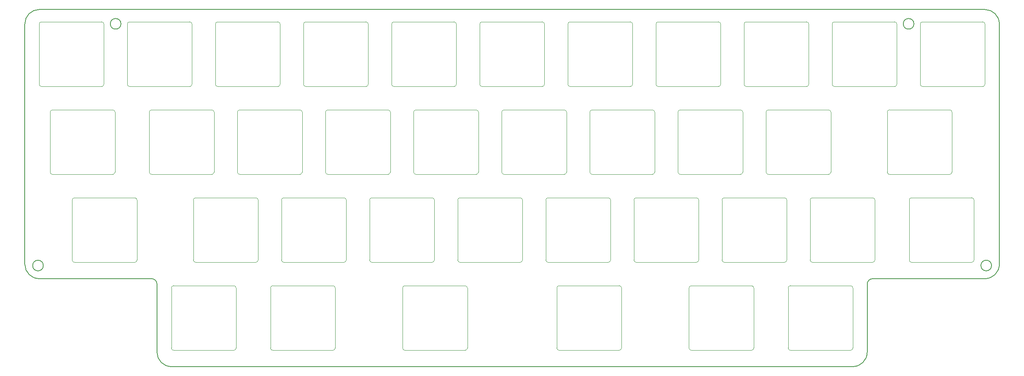
<source format=gbr>
%TF.GenerationSoftware,KiCad,Pcbnew,(7.0.0)*%
%TF.CreationDate,2023-04-11T20:59:51+02:00*%
%TF.ProjectId,travaulta plate niz,74726176-6175-46c7-9461-20706c617465,rev?*%
%TF.SameCoordinates,Original*%
%TF.FileFunction,Profile,NP*%
%FSLAX46Y46*%
G04 Gerber Fmt 4.6, Leading zero omitted, Abs format (unit mm)*
G04 Created by KiCad (PCBNEW (7.0.0)) date 2023-04-11 20:59:51*
%MOMM*%
%LPD*%
G01*
G04 APERTURE LIST*
%TA.AperFunction,Profile*%
%ADD10C,0.200000*%
%TD*%
%TA.AperFunction,Profile*%
%ADD11C,0.100000*%
%TD*%
G04 APERTURE END LIST*
D10*
X254575000Y-50574999D02*
X254575000Y-102674999D01*
X46975000Y-47475000D02*
G75*
G03*
X43875000Y-50574999I0J-3100000D01*
G01*
X251475000Y-105774999D02*
X227200000Y-105774999D01*
X227200000Y-105775000D02*
G75*
G03*
X226000000Y-106974999I0J-1200000D01*
G01*
X72450001Y-106974999D02*
G75*
G03*
X71250000Y-105774999I-1200001J-1D01*
G01*
X222900000Y-124824999D02*
X75550000Y-124824999D01*
X72450000Y-121724999D02*
X72450000Y-106974999D01*
X72450001Y-121724999D02*
G75*
G03*
X75550000Y-124824999I3099999J-1D01*
G01*
X236100000Y-50574999D02*
G75*
G03*
X236100000Y-50574999I-1150000J0D01*
G01*
X43875000Y-102674999D02*
X43875000Y-50574999D01*
X254575001Y-50574999D02*
G75*
G03*
X251475000Y-47474999I-3100001J-1D01*
G01*
X64650000Y-50574999D02*
G75*
G03*
X64650000Y-50574999I-1150000J0D01*
G01*
X251475000Y-105775000D02*
G75*
G03*
X254575000Y-102674999I0J3100000D01*
G01*
X46975000Y-47474999D02*
X251475000Y-47474999D01*
X226000000Y-106974999D02*
X226000000Y-121724999D01*
X222900000Y-124825000D02*
G75*
G03*
X226000000Y-121724999I0J3100000D01*
G01*
X47866000Y-102933999D02*
G75*
G03*
X47866000Y-102933999I-1150000J0D01*
G01*
X252884375Y-102933999D02*
G75*
G03*
X252884375Y-102933999I-1150000J0D01*
G01*
X43875001Y-102674999D02*
G75*
G03*
X46975000Y-105774999I3099999J-1D01*
G01*
X71250000Y-105774999D02*
X46975000Y-105774999D01*
D11*
%TO.C,REF\u002A\u002A*%
X185087500Y-69700000D02*
X185087500Y-82700000D01*
X185587500Y-69200000D02*
X198587500Y-69200000D01*
X185587500Y-83200000D02*
X198587500Y-83200000D01*
X199087500Y-69700000D02*
X199087500Y-82700000D01*
X185587500Y-69200000D02*
G75*
G03*
X185087500Y-69700000I1J-500001D01*
G01*
X185087500Y-82700000D02*
G75*
G03*
X185587500Y-83200000I500094J94D01*
G01*
X199087500Y-69700000D02*
G75*
G03*
X198587500Y-69200000I-500100J-100D01*
G01*
X198587500Y-83200000D02*
G75*
G03*
X199087500Y-82700000I0J500000D01*
G01*
X118412500Y-88750000D02*
X118412500Y-101750000D01*
X118912500Y-88250000D02*
X131912500Y-88250000D01*
X118912500Y-102250000D02*
X131912500Y-102250000D01*
X132412500Y-88750000D02*
X132412500Y-101750000D01*
X118912500Y-88250000D02*
G75*
G03*
X118412500Y-88750000I1J-500001D01*
G01*
X118412500Y-101750000D02*
G75*
G03*
X118912500Y-102250000I500094J94D01*
G01*
X132412500Y-88750000D02*
G75*
G03*
X131912500Y-88250000I-500100J-100D01*
G01*
X131912500Y-102250000D02*
G75*
G03*
X132412500Y-101750000I0J500000D01*
G01*
X180325000Y-50650000D02*
X180325000Y-63650000D01*
X180825000Y-50150000D02*
X193825000Y-50150000D01*
X180825000Y-64150000D02*
X193825000Y-64150000D01*
X194325000Y-50650000D02*
X194325000Y-63650000D01*
X180825000Y-50150000D02*
G75*
G03*
X180325000Y-50650000I1J-500001D01*
G01*
X180325000Y-63650000D02*
G75*
G03*
X180825000Y-64150000I500094J94D01*
G01*
X194325000Y-50650000D02*
G75*
G03*
X193825000Y-50150000I-500100J-100D01*
G01*
X193825000Y-64150000D02*
G75*
G03*
X194325000Y-63650000I0J500000D01*
G01*
X127937500Y-69700000D02*
X127937500Y-82700000D01*
X128437500Y-69200000D02*
X141437500Y-69200000D01*
X128437500Y-83200000D02*
X141437500Y-83200000D01*
X141937500Y-69700000D02*
X141937500Y-82700000D01*
X128437500Y-69200000D02*
G75*
G03*
X127937500Y-69700000I1J-500001D01*
G01*
X127937500Y-82700000D02*
G75*
G03*
X128437500Y-83200000I500094J94D01*
G01*
X141937500Y-69700000D02*
G75*
G03*
X141437500Y-69200000I-500100J-100D01*
G01*
X141437500Y-83200000D02*
G75*
G03*
X141937500Y-82700000I0J500000D01*
G01*
X89837500Y-69700000D02*
X89837500Y-82700000D01*
X90337500Y-69200000D02*
X103337500Y-69200000D01*
X90337500Y-83200000D02*
X103337500Y-83200000D01*
X103837500Y-69700000D02*
X103837500Y-82700000D01*
X90337500Y-69200000D02*
G75*
G03*
X89837500Y-69700000I1J-500001D01*
G01*
X89837500Y-82700000D02*
G75*
G03*
X90337500Y-83200000I500094J94D01*
G01*
X103837500Y-69700000D02*
G75*
G03*
X103337500Y-69200000I-500100J-100D01*
G01*
X103337500Y-83200000D02*
G75*
G03*
X103837500Y-82700000I0J500000D01*
G01*
X108887500Y-69700000D02*
X108887500Y-82700000D01*
X109387500Y-69200000D02*
X122387500Y-69200000D01*
X109387500Y-83200000D02*
X122387500Y-83200000D01*
X122887500Y-69700000D02*
X122887500Y-82700000D01*
X109387500Y-69200000D02*
G75*
G03*
X108887500Y-69700000I1J-500001D01*
G01*
X108887500Y-82700000D02*
G75*
G03*
X109387500Y-83200000I500094J94D01*
G01*
X122887500Y-69700000D02*
G75*
G03*
X122387500Y-69200000I-500100J-100D01*
G01*
X122387500Y-83200000D02*
G75*
G03*
X122887500Y-82700000I0J500000D01*
G01*
X187470000Y-107800000D02*
X187470000Y-120800000D01*
X187970000Y-107300000D02*
X200970000Y-107300000D01*
X187970000Y-121300000D02*
X200970000Y-121300000D01*
X201470000Y-107800000D02*
X201470000Y-120800000D01*
X187970000Y-107300000D02*
G75*
G03*
X187470000Y-107800000I1J-500001D01*
G01*
X187470000Y-120800000D02*
G75*
G03*
X187970000Y-121300000I500094J94D01*
G01*
X201470000Y-107800000D02*
G75*
G03*
X200970000Y-107300000I-500100J-100D01*
G01*
X200970000Y-121300000D02*
G75*
G03*
X201470000Y-120800000I0J500000D01*
G01*
X158892000Y-107800000D02*
X158892000Y-120800000D01*
X159392000Y-107300000D02*
X172392000Y-107300000D01*
X159392000Y-121300000D02*
X172392000Y-121300000D01*
X172892000Y-107800000D02*
X172892000Y-120800000D01*
X159392000Y-107300000D02*
G75*
G03*
X158892000Y-107800000I1J-500001D01*
G01*
X158892000Y-120800000D02*
G75*
G03*
X159392000Y-121300000I500094J94D01*
G01*
X172892000Y-107800000D02*
G75*
G03*
X172392000Y-107300000I-500100J-100D01*
G01*
X172392000Y-121300000D02*
G75*
G03*
X172892000Y-120800000I0J500000D01*
G01*
X70787500Y-69700000D02*
X70787500Y-82700000D01*
X71287500Y-69200000D02*
X84287500Y-69200000D01*
X71287500Y-83200000D02*
X84287500Y-83200000D01*
X84787500Y-69700000D02*
X84787500Y-82700000D01*
X71287500Y-69200000D02*
G75*
G03*
X70787500Y-69700000I1J-500001D01*
G01*
X70787500Y-82700000D02*
G75*
G03*
X71287500Y-83200000I500094J94D01*
G01*
X84787500Y-69700000D02*
G75*
G03*
X84287500Y-69200000I-500100J-100D01*
G01*
X84287500Y-83200000D02*
G75*
G03*
X84787500Y-82700000I0J500000D01*
G01*
X125555000Y-107800000D02*
X125555000Y-120800000D01*
X126055000Y-107300000D02*
X139055000Y-107300000D01*
X126055000Y-121300000D02*
X139055000Y-121300000D01*
X139555000Y-107800000D02*
X139555000Y-120800000D01*
X126055000Y-107300000D02*
G75*
G03*
X125555000Y-107800000I1J-500001D01*
G01*
X125555000Y-120800000D02*
G75*
G03*
X126055000Y-121300000I500094J94D01*
G01*
X139555000Y-107800000D02*
G75*
G03*
X139055000Y-107300000I-500100J-100D01*
G01*
X139055000Y-121300000D02*
G75*
G03*
X139555000Y-120800000I0J500000D01*
G01*
X156512500Y-88750000D02*
X156512500Y-101750000D01*
X157012500Y-88250000D02*
X170012500Y-88250000D01*
X157012500Y-102250000D02*
X170012500Y-102250000D01*
X170512500Y-88750000D02*
X170512500Y-101750000D01*
X157012500Y-88250000D02*
G75*
G03*
X156512500Y-88750000I1J-500001D01*
G01*
X156512500Y-101750000D02*
G75*
G03*
X157012500Y-102250000I500094J94D01*
G01*
X170512500Y-88750000D02*
G75*
G03*
X170012500Y-88250000I-500100J-100D01*
G01*
X170012500Y-102250000D02*
G75*
G03*
X170512500Y-101750000I0J500000D01*
G01*
X75550000Y-107800000D02*
X75550000Y-120800000D01*
X76050000Y-107300000D02*
X89050000Y-107300000D01*
X76050000Y-121300000D02*
X89050000Y-121300000D01*
X89550000Y-107800000D02*
X89550000Y-120800000D01*
X76050000Y-107300000D02*
G75*
G03*
X75550000Y-107800000I1J-500001D01*
G01*
X75550000Y-120800000D02*
G75*
G03*
X76050000Y-121300000I500094J94D01*
G01*
X89550000Y-107800000D02*
G75*
G03*
X89050000Y-107300000I-500100J-100D01*
G01*
X89050000Y-121300000D02*
G75*
G03*
X89550000Y-120800000I0J500000D01*
G01*
X146987500Y-69700000D02*
X146987500Y-82700000D01*
X147487500Y-69200000D02*
X160487500Y-69200000D01*
X147487500Y-83200000D02*
X160487500Y-83200000D01*
X160987500Y-69700000D02*
X160987500Y-82700000D01*
X147487500Y-69200000D02*
G75*
G03*
X146987500Y-69700000I1J-500001D01*
G01*
X146987500Y-82700000D02*
G75*
G03*
X147487500Y-83200000I500094J94D01*
G01*
X160987500Y-69700000D02*
G75*
G03*
X160487500Y-69200000I-500100J-100D01*
G01*
X160487500Y-83200000D02*
G75*
G03*
X160987500Y-82700000I0J500000D01*
G01*
X218425000Y-50650000D02*
X218425000Y-63650000D01*
X218925000Y-50150000D02*
X231925000Y-50150000D01*
X218925000Y-64150000D02*
X231925000Y-64150000D01*
X232425000Y-50650000D02*
X232425000Y-63650000D01*
X218925000Y-50150000D02*
G75*
G03*
X218425000Y-50650000I1J-500001D01*
G01*
X218425000Y-63650000D02*
G75*
G03*
X218925000Y-64150000I500094J94D01*
G01*
X232425000Y-50650000D02*
G75*
G03*
X231925000Y-50150000I-500100J-100D01*
G01*
X231925000Y-64150000D02*
G75*
G03*
X232425000Y-63650000I0J500000D01*
G01*
X54120000Y-88750000D02*
X54120000Y-101750000D01*
X54620000Y-88250000D02*
X67620000Y-88250000D01*
X54620000Y-102250000D02*
X67620000Y-102250000D01*
X68120000Y-88750000D02*
X68120000Y-101750000D01*
X54620000Y-88250000D02*
G75*
G03*
X54120000Y-88750000I1J-500001D01*
G01*
X54120000Y-101750000D02*
G75*
G03*
X54620000Y-102250000I500094J94D01*
G01*
X68120000Y-88750000D02*
G75*
G03*
X67620000Y-88250000I-500100J-100D01*
G01*
X67620000Y-102250000D02*
G75*
G03*
X68120000Y-101750000I0J500000D01*
G01*
X161275000Y-50650000D02*
X161275000Y-63650000D01*
X161775000Y-50150000D02*
X174775000Y-50150000D01*
X161775000Y-64150000D02*
X174775000Y-64150000D01*
X175275000Y-50650000D02*
X175275000Y-63650000D01*
X161775000Y-50150000D02*
G75*
G03*
X161275000Y-50650000I1J-500001D01*
G01*
X161275000Y-63650000D02*
G75*
G03*
X161775000Y-64150000I500094J94D01*
G01*
X175275000Y-50650000D02*
G75*
G03*
X174775000Y-50150000I-500100J-100D01*
G01*
X174775000Y-64150000D02*
G75*
G03*
X175275000Y-63650000I0J500000D01*
G01*
X194612500Y-88750000D02*
X194612500Y-101750000D01*
X195112500Y-88250000D02*
X208112500Y-88250000D01*
X195112500Y-102250000D02*
X208112500Y-102250000D01*
X208612500Y-88750000D02*
X208612500Y-101750000D01*
X195112500Y-88250000D02*
G75*
G03*
X194612500Y-88750000I1J-500001D01*
G01*
X194612500Y-101750000D02*
G75*
G03*
X195112500Y-102250000I500094J94D01*
G01*
X208612500Y-88750000D02*
G75*
G03*
X208112500Y-88250000I-500100J-100D01*
G01*
X208112500Y-102250000D02*
G75*
G03*
X208612500Y-101750000I0J500000D01*
G01*
X230330000Y-69700000D02*
X230330000Y-82700000D01*
X230830000Y-69200000D02*
X243830000Y-69200000D01*
X230830000Y-83200000D02*
X243830000Y-83200000D01*
X244330000Y-69700000D02*
X244330000Y-82700000D01*
X230830000Y-69200000D02*
G75*
G03*
X230330000Y-69700000I1J-500001D01*
G01*
X230330000Y-82700000D02*
G75*
G03*
X230830000Y-83200000I500094J94D01*
G01*
X244330000Y-69700000D02*
G75*
G03*
X243830000Y-69200000I-500100J-100D01*
G01*
X243830000Y-83200000D02*
G75*
G03*
X244330000Y-82700000I0J500000D01*
G01*
X46975000Y-50650000D02*
X46975000Y-63650000D01*
X47475000Y-50150000D02*
X60475000Y-50150000D01*
X47475000Y-64150000D02*
X60475000Y-64150000D01*
X60975000Y-50650000D02*
X60975000Y-63650000D01*
X47475000Y-50150000D02*
G75*
G03*
X46975000Y-50650000I1J-500001D01*
G01*
X46975000Y-63650000D02*
G75*
G03*
X47475000Y-64150000I500094J94D01*
G01*
X60975000Y-50650000D02*
G75*
G03*
X60475000Y-50150000I-500100J-100D01*
G01*
X60475000Y-64150000D02*
G75*
G03*
X60975000Y-63650000I0J500000D01*
G01*
X213662500Y-88750000D02*
X213662500Y-101750000D01*
X214162500Y-88250000D02*
X227162500Y-88250000D01*
X214162500Y-102250000D02*
X227162500Y-102250000D01*
X227662500Y-88750000D02*
X227662500Y-101750000D01*
X214162500Y-88250000D02*
G75*
G03*
X213662500Y-88750000I1J-500001D01*
G01*
X213662500Y-101750000D02*
G75*
G03*
X214162500Y-102250000I500094J94D01*
G01*
X227662500Y-88750000D02*
G75*
G03*
X227162500Y-88250000I-500100J-100D01*
G01*
X227162500Y-102250000D02*
G75*
G03*
X227662500Y-101750000I0J500000D01*
G01*
X166037500Y-69700000D02*
X166037500Y-82700000D01*
X166537500Y-69200000D02*
X179537500Y-69200000D01*
X166537500Y-83200000D02*
X179537500Y-83200000D01*
X180037500Y-69700000D02*
X180037500Y-82700000D01*
X166537500Y-69200000D02*
G75*
G03*
X166037500Y-69700000I1J-500001D01*
G01*
X166037500Y-82700000D02*
G75*
G03*
X166537500Y-83200000I500094J94D01*
G01*
X180037500Y-69700000D02*
G75*
G03*
X179537500Y-69200000I-500100J-100D01*
G01*
X179537500Y-83200000D02*
G75*
G03*
X180037500Y-82700000I0J500000D01*
G01*
X208900000Y-107800000D02*
X208900000Y-120800000D01*
X209400000Y-107300000D02*
X222400000Y-107300000D01*
X209400000Y-121300000D02*
X222400000Y-121300000D01*
X222900000Y-107800000D02*
X222900000Y-120800000D01*
X209400000Y-107300000D02*
G75*
G03*
X208900000Y-107800000I1J-500001D01*
G01*
X208900000Y-120800000D02*
G75*
G03*
X209400000Y-121300000I500094J94D01*
G01*
X222900000Y-107800000D02*
G75*
G03*
X222400000Y-107300000I-500100J-100D01*
G01*
X222400000Y-121300000D02*
G75*
G03*
X222900000Y-120800000I0J500000D01*
G01*
X99362500Y-88750000D02*
X99362500Y-101750000D01*
X99862500Y-88250000D02*
X112862500Y-88250000D01*
X99862500Y-102250000D02*
X112862500Y-102250000D01*
X113362500Y-88750000D02*
X113362500Y-101750000D01*
X99862500Y-88250000D02*
G75*
G03*
X99362500Y-88750000I1J-500001D01*
G01*
X99362500Y-101750000D02*
G75*
G03*
X99862500Y-102250000I500094J94D01*
G01*
X113362500Y-88750000D02*
G75*
G03*
X112862500Y-88250000I-500100J-100D01*
G01*
X112862500Y-102250000D02*
G75*
G03*
X113362500Y-101750000I0J500000D01*
G01*
X104125000Y-50650000D02*
X104125000Y-63650000D01*
X104625000Y-50150000D02*
X117625000Y-50150000D01*
X104625000Y-64150000D02*
X117625000Y-64150000D01*
X118125000Y-50650000D02*
X118125000Y-63650000D01*
X104625000Y-50150000D02*
G75*
G03*
X104125000Y-50650000I1J-500001D01*
G01*
X104125000Y-63650000D02*
G75*
G03*
X104625000Y-64150000I500094J94D01*
G01*
X118125000Y-50650000D02*
G75*
G03*
X117625000Y-50150000I-500100J-100D01*
G01*
X117625000Y-64150000D02*
G75*
G03*
X118125000Y-63650000I0J500000D01*
G01*
X235095000Y-88750000D02*
X235095000Y-101750000D01*
X235595000Y-88250000D02*
X248595000Y-88250000D01*
X235595000Y-102250000D02*
X248595000Y-102250000D01*
X249095000Y-88750000D02*
X249095000Y-101750000D01*
X235595000Y-88250000D02*
G75*
G03*
X235095000Y-88750000I1J-500001D01*
G01*
X235095000Y-101750000D02*
G75*
G03*
X235595000Y-102250000I500094J94D01*
G01*
X249095000Y-88750000D02*
G75*
G03*
X248595000Y-88250000I-500100J-100D01*
G01*
X248595000Y-102250000D02*
G75*
G03*
X249095000Y-101750000I0J500000D01*
G01*
X175562500Y-88750000D02*
X175562500Y-101750000D01*
X176062500Y-88250000D02*
X189062500Y-88250000D01*
X176062500Y-102250000D02*
X189062500Y-102250000D01*
X189562500Y-88750000D02*
X189562500Y-101750000D01*
X176062500Y-88250000D02*
G75*
G03*
X175562500Y-88750000I1J-500001D01*
G01*
X175562500Y-101750000D02*
G75*
G03*
X176062500Y-102250000I500094J94D01*
G01*
X189562500Y-88750000D02*
G75*
G03*
X189062500Y-88250000I-500100J-100D01*
G01*
X189062500Y-102250000D02*
G75*
G03*
X189562500Y-101750000I0J500000D01*
G01*
X137462500Y-88750000D02*
X137462500Y-101750000D01*
X137962500Y-88250000D02*
X150962500Y-88250000D01*
X137962500Y-102250000D02*
X150962500Y-102250000D01*
X151462500Y-88750000D02*
X151462500Y-101750000D01*
X137962500Y-88250000D02*
G75*
G03*
X137462500Y-88750000I1J-500001D01*
G01*
X137462500Y-101750000D02*
G75*
G03*
X137962500Y-102250000I500094J94D01*
G01*
X151462500Y-88750000D02*
G75*
G03*
X150962500Y-88250000I-500100J-100D01*
G01*
X150962500Y-102250000D02*
G75*
G03*
X151462500Y-101750000I0J500000D01*
G01*
X49358000Y-69700000D02*
X49358000Y-82700000D01*
X49858000Y-69200000D02*
X62858000Y-69200000D01*
X49858000Y-83200000D02*
X62858000Y-83200000D01*
X63358000Y-69700000D02*
X63358000Y-82700000D01*
X49858000Y-69200000D02*
G75*
G03*
X49358000Y-69700000I1J-500001D01*
G01*
X49358000Y-82700000D02*
G75*
G03*
X49858000Y-83200000I500094J94D01*
G01*
X63358000Y-69700000D02*
G75*
G03*
X62858000Y-69200000I-500100J-100D01*
G01*
X62858000Y-83200000D02*
G75*
G03*
X63358000Y-82700000I0J500000D01*
G01*
X66025000Y-50650000D02*
X66025000Y-63650000D01*
X66525000Y-50150000D02*
X79525000Y-50150000D01*
X66525000Y-64150000D02*
X79525000Y-64150000D01*
X80025000Y-50650000D02*
X80025000Y-63650000D01*
X66525000Y-50150000D02*
G75*
G03*
X66025000Y-50650000I1J-500001D01*
G01*
X66025000Y-63650000D02*
G75*
G03*
X66525000Y-64150000I500094J94D01*
G01*
X80025000Y-50650000D02*
G75*
G03*
X79525000Y-50150000I-500100J-100D01*
G01*
X79525000Y-64150000D02*
G75*
G03*
X80025000Y-63650000I0J500000D01*
G01*
X142225000Y-50650000D02*
X142225000Y-63650000D01*
X142725000Y-50150000D02*
X155725000Y-50150000D01*
X142725000Y-64150000D02*
X155725000Y-64150000D01*
X156225000Y-50650000D02*
X156225000Y-63650000D01*
X142725000Y-50150000D02*
G75*
G03*
X142225000Y-50650000I1J-500001D01*
G01*
X142225000Y-63650000D02*
G75*
G03*
X142725000Y-64150000I500094J94D01*
G01*
X156225000Y-50650000D02*
G75*
G03*
X155725000Y-50150000I-500100J-100D01*
G01*
X155725000Y-64150000D02*
G75*
G03*
X156225000Y-63650000I0J500000D01*
G01*
X123175000Y-50650000D02*
X123175000Y-63650000D01*
X123675000Y-50150000D02*
X136675000Y-50150000D01*
X123675000Y-64150000D02*
X136675000Y-64150000D01*
X137175000Y-50650000D02*
X137175000Y-63650000D01*
X123675000Y-50150000D02*
G75*
G03*
X123175000Y-50650000I1J-500001D01*
G01*
X123175000Y-63650000D02*
G75*
G03*
X123675000Y-64150000I500094J94D01*
G01*
X137175000Y-50650000D02*
G75*
G03*
X136675000Y-50150000I-500100J-100D01*
G01*
X136675000Y-64150000D02*
G75*
G03*
X137175000Y-63650000I0J500000D01*
G01*
X80312500Y-88750000D02*
X80312500Y-101750000D01*
X80812500Y-88250000D02*
X93812500Y-88250000D01*
X80812500Y-102250000D02*
X93812500Y-102250000D01*
X94312500Y-88750000D02*
X94312500Y-101750000D01*
X80812500Y-88250000D02*
G75*
G03*
X80312500Y-88750000I1J-500001D01*
G01*
X80312500Y-101750000D02*
G75*
G03*
X80812500Y-102250000I500094J94D01*
G01*
X94312500Y-88750000D02*
G75*
G03*
X93812500Y-88250000I-500100J-100D01*
G01*
X93812500Y-102250000D02*
G75*
G03*
X94312500Y-101750000I0J500000D01*
G01*
X237475000Y-50650000D02*
X237475000Y-63650000D01*
X237975000Y-50150000D02*
X250975000Y-50150000D01*
X237975000Y-64150000D02*
X250975000Y-64150000D01*
X251475000Y-50650000D02*
X251475000Y-63650000D01*
X237975000Y-50150000D02*
G75*
G03*
X237475000Y-50650000I1J-500001D01*
G01*
X237475000Y-63650000D02*
G75*
G03*
X237975000Y-64150000I500094J94D01*
G01*
X251475000Y-50650000D02*
G75*
G03*
X250975000Y-50150000I-500100J-100D01*
G01*
X250975000Y-64150000D02*
G75*
G03*
X251475000Y-63650000I0J500000D01*
G01*
X85075000Y-50650000D02*
X85075000Y-63650000D01*
X85575000Y-50150000D02*
X98575000Y-50150000D01*
X85575000Y-64150000D02*
X98575000Y-64150000D01*
X99075000Y-50650000D02*
X99075000Y-63650000D01*
X85575000Y-50150000D02*
G75*
G03*
X85075000Y-50650000I1J-500001D01*
G01*
X85075000Y-63650000D02*
G75*
G03*
X85575000Y-64150000I500094J94D01*
G01*
X99075000Y-50650000D02*
G75*
G03*
X98575000Y-50150000I-500100J-100D01*
G01*
X98575000Y-64150000D02*
G75*
G03*
X99075000Y-63650000I0J500000D01*
G01*
X96980000Y-107800000D02*
X96980000Y-120800000D01*
X97480000Y-107300000D02*
X110480000Y-107300000D01*
X97480000Y-121300000D02*
X110480000Y-121300000D01*
X110980000Y-107800000D02*
X110980000Y-120800000D01*
X97480000Y-107300000D02*
G75*
G03*
X96980000Y-107800000I1J-500001D01*
G01*
X96980000Y-120800000D02*
G75*
G03*
X97480000Y-121300000I500094J94D01*
G01*
X110980000Y-107800000D02*
G75*
G03*
X110480000Y-107300000I-500100J-100D01*
G01*
X110480000Y-121300000D02*
G75*
G03*
X110980000Y-120800000I0J500000D01*
G01*
X204137500Y-69700000D02*
X204137500Y-82700000D01*
X204637500Y-69200000D02*
X217637500Y-69200000D01*
X204637500Y-83200000D02*
X217637500Y-83200000D01*
X218137500Y-69700000D02*
X218137500Y-82700000D01*
X204637500Y-69200000D02*
G75*
G03*
X204137500Y-69700000I1J-500001D01*
G01*
X204137500Y-82700000D02*
G75*
G03*
X204637500Y-83200000I500094J94D01*
G01*
X218137500Y-69700000D02*
G75*
G03*
X217637500Y-69200000I-500100J-100D01*
G01*
X217637500Y-83200000D02*
G75*
G03*
X218137500Y-82700000I0J500000D01*
G01*
X199375000Y-50650000D02*
X199375000Y-63650000D01*
X199875000Y-50150000D02*
X212875000Y-50150000D01*
X199875000Y-64150000D02*
X212875000Y-64150000D01*
X213375000Y-50650000D02*
X213375000Y-63650000D01*
X199875000Y-50150000D02*
G75*
G03*
X199375000Y-50650000I1J-500001D01*
G01*
X199375000Y-63650000D02*
G75*
G03*
X199875000Y-64150000I500094J94D01*
G01*
X213375000Y-50650000D02*
G75*
G03*
X212875000Y-50150000I-500100J-100D01*
G01*
X212875000Y-64150000D02*
G75*
G03*
X213375000Y-63650000I0J500000D01*
G01*
%TD*%
M02*

</source>
